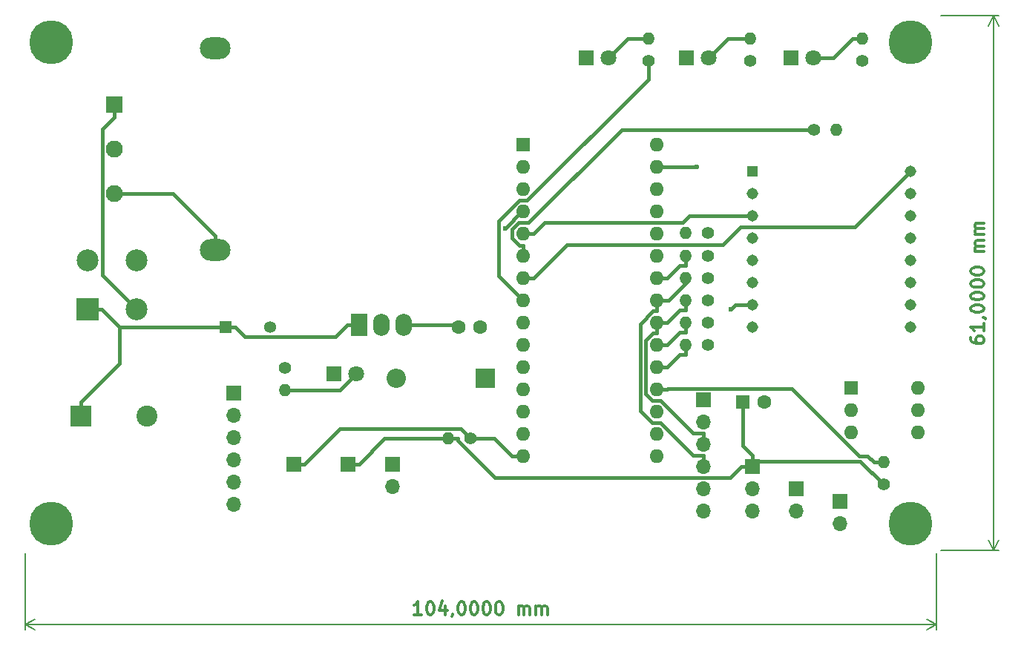
<source format=gbr>
%TF.GenerationSoftware,KiCad,Pcbnew,7.0.10*%
%TF.CreationDate,2024-08-09T23:07:07+02:00*%
%TF.ProjectId,Kicad_Projet_Trains_Sons,4b696361-645f-4507-926f-6a65745f5472,V2*%
%TF.SameCoordinates,Original*%
%TF.FileFunction,Copper,L1,Top*%
%TF.FilePolarity,Positive*%
%FSLAX46Y46*%
G04 Gerber Fmt 4.6, Leading zero omitted, Abs format (unit mm)*
G04 Created by KiCad (PCBNEW 7.0.10) date 2024-08-09 23:07:07*
%MOMM*%
%LPD*%
G01*
G04 APERTURE LIST*
%ADD10C,0.300000*%
%TA.AperFunction,NonConductor*%
%ADD11C,0.300000*%
%TD*%
%TA.AperFunction,NonConductor*%
%ADD12C,0.200000*%
%TD*%
%TA.AperFunction,ComponentPad*%
%ADD13C,1.400000*%
%TD*%
%TA.AperFunction,ComponentPad*%
%ADD14O,1.400000X1.400000*%
%TD*%
%TA.AperFunction,ComponentPad*%
%ADD15R,1.357000X1.357000*%
%TD*%
%TA.AperFunction,ComponentPad*%
%ADD16C,1.357000*%
%TD*%
%TA.AperFunction,ComponentPad*%
%ADD17R,1.800000X1.800000*%
%TD*%
%TA.AperFunction,ComponentPad*%
%ADD18C,1.800000*%
%TD*%
%TA.AperFunction,ComponentPad*%
%ADD19R,1.700000X1.700000*%
%TD*%
%TA.AperFunction,ComponentPad*%
%ADD20O,1.700000X1.700000*%
%TD*%
%TA.AperFunction,ComponentPad*%
%ADD21O,3.500000X2.500000*%
%TD*%
%TA.AperFunction,ComponentPad*%
%ADD22C,5.000000*%
%TD*%
%TA.AperFunction,ComponentPad*%
%ADD23R,1.600000X1.600000*%
%TD*%
%TA.AperFunction,ComponentPad*%
%ADD24C,1.600000*%
%TD*%
%TA.AperFunction,ComponentPad*%
%ADD25R,1.950000X1.950000*%
%TD*%
%TA.AperFunction,ComponentPad*%
%ADD26C,1.950000*%
%TD*%
%TA.AperFunction,ComponentPad*%
%ADD27R,2.500000X2.500000*%
%TD*%
%TA.AperFunction,ComponentPad*%
%ADD28C,2.500000*%
%TD*%
%TA.AperFunction,ComponentPad*%
%ADD29O,1.600000X1.600000*%
%TD*%
%TA.AperFunction,ComponentPad*%
%ADD30R,2.200000X2.200000*%
%TD*%
%TA.AperFunction,ComponentPad*%
%ADD31O,2.200000X2.200000*%
%TD*%
%TA.AperFunction,ComponentPad*%
%ADD32R,2.400000X2.400000*%
%TD*%
%TA.AperFunction,ComponentPad*%
%ADD33C,2.400000*%
%TD*%
%TA.AperFunction,ComponentPad*%
%ADD34R,1.900000X2.500000*%
%TD*%
%TA.AperFunction,ComponentPad*%
%ADD35O,1.900000X2.500000*%
%TD*%
%TA.AperFunction,ComponentPad*%
%ADD36R,1.308000X1.308000*%
%TD*%
%TA.AperFunction,ComponentPad*%
%ADD37C,1.308000*%
%TD*%
%TA.AperFunction,ViaPad*%
%ADD38C,0.600000*%
%TD*%
%TA.AperFunction,Conductor*%
%ADD39C,0.400000*%
%TD*%
G04 APERTURE END LIST*
D10*
D11*
X168278328Y-74214284D02*
X168278328Y-74499998D01*
X168278328Y-74499998D02*
X168349757Y-74642855D01*
X168349757Y-74642855D02*
X168421185Y-74714284D01*
X168421185Y-74714284D02*
X168635471Y-74857141D01*
X168635471Y-74857141D02*
X168921185Y-74928569D01*
X168921185Y-74928569D02*
X169492614Y-74928569D01*
X169492614Y-74928569D02*
X169635471Y-74857141D01*
X169635471Y-74857141D02*
X169706900Y-74785712D01*
X169706900Y-74785712D02*
X169778328Y-74642855D01*
X169778328Y-74642855D02*
X169778328Y-74357141D01*
X169778328Y-74357141D02*
X169706900Y-74214284D01*
X169706900Y-74214284D02*
X169635471Y-74142855D01*
X169635471Y-74142855D02*
X169492614Y-74071426D01*
X169492614Y-74071426D02*
X169135471Y-74071426D01*
X169135471Y-74071426D02*
X168992614Y-74142855D01*
X168992614Y-74142855D02*
X168921185Y-74214284D01*
X168921185Y-74214284D02*
X168849757Y-74357141D01*
X168849757Y-74357141D02*
X168849757Y-74642855D01*
X168849757Y-74642855D02*
X168921185Y-74785712D01*
X168921185Y-74785712D02*
X168992614Y-74857141D01*
X168992614Y-74857141D02*
X169135471Y-74928569D01*
X169778328Y-72642855D02*
X169778328Y-73499998D01*
X169778328Y-73071427D02*
X168278328Y-73071427D01*
X168278328Y-73071427D02*
X168492614Y-73214284D01*
X168492614Y-73214284D02*
X168635471Y-73357141D01*
X168635471Y-73357141D02*
X168706900Y-73499998D01*
X169706900Y-71928570D02*
X169778328Y-71928570D01*
X169778328Y-71928570D02*
X169921185Y-71999999D01*
X169921185Y-71999999D02*
X169992614Y-72071427D01*
X168278328Y-70999998D02*
X168278328Y-70857141D01*
X168278328Y-70857141D02*
X168349757Y-70714284D01*
X168349757Y-70714284D02*
X168421185Y-70642856D01*
X168421185Y-70642856D02*
X168564042Y-70571427D01*
X168564042Y-70571427D02*
X168849757Y-70499998D01*
X168849757Y-70499998D02*
X169206900Y-70499998D01*
X169206900Y-70499998D02*
X169492614Y-70571427D01*
X169492614Y-70571427D02*
X169635471Y-70642856D01*
X169635471Y-70642856D02*
X169706900Y-70714284D01*
X169706900Y-70714284D02*
X169778328Y-70857141D01*
X169778328Y-70857141D02*
X169778328Y-70999998D01*
X169778328Y-70999998D02*
X169706900Y-71142856D01*
X169706900Y-71142856D02*
X169635471Y-71214284D01*
X169635471Y-71214284D02*
X169492614Y-71285713D01*
X169492614Y-71285713D02*
X169206900Y-71357141D01*
X169206900Y-71357141D02*
X168849757Y-71357141D01*
X168849757Y-71357141D02*
X168564042Y-71285713D01*
X168564042Y-71285713D02*
X168421185Y-71214284D01*
X168421185Y-71214284D02*
X168349757Y-71142856D01*
X168349757Y-71142856D02*
X168278328Y-70999998D01*
X168278328Y-69571427D02*
X168278328Y-69428570D01*
X168278328Y-69428570D02*
X168349757Y-69285713D01*
X168349757Y-69285713D02*
X168421185Y-69214285D01*
X168421185Y-69214285D02*
X168564042Y-69142856D01*
X168564042Y-69142856D02*
X168849757Y-69071427D01*
X168849757Y-69071427D02*
X169206900Y-69071427D01*
X169206900Y-69071427D02*
X169492614Y-69142856D01*
X169492614Y-69142856D02*
X169635471Y-69214285D01*
X169635471Y-69214285D02*
X169706900Y-69285713D01*
X169706900Y-69285713D02*
X169778328Y-69428570D01*
X169778328Y-69428570D02*
X169778328Y-69571427D01*
X169778328Y-69571427D02*
X169706900Y-69714285D01*
X169706900Y-69714285D02*
X169635471Y-69785713D01*
X169635471Y-69785713D02*
X169492614Y-69857142D01*
X169492614Y-69857142D02*
X169206900Y-69928570D01*
X169206900Y-69928570D02*
X168849757Y-69928570D01*
X168849757Y-69928570D02*
X168564042Y-69857142D01*
X168564042Y-69857142D02*
X168421185Y-69785713D01*
X168421185Y-69785713D02*
X168349757Y-69714285D01*
X168349757Y-69714285D02*
X168278328Y-69571427D01*
X168278328Y-68142856D02*
X168278328Y-67999999D01*
X168278328Y-67999999D02*
X168349757Y-67857142D01*
X168349757Y-67857142D02*
X168421185Y-67785714D01*
X168421185Y-67785714D02*
X168564042Y-67714285D01*
X168564042Y-67714285D02*
X168849757Y-67642856D01*
X168849757Y-67642856D02*
X169206900Y-67642856D01*
X169206900Y-67642856D02*
X169492614Y-67714285D01*
X169492614Y-67714285D02*
X169635471Y-67785714D01*
X169635471Y-67785714D02*
X169706900Y-67857142D01*
X169706900Y-67857142D02*
X169778328Y-67999999D01*
X169778328Y-67999999D02*
X169778328Y-68142856D01*
X169778328Y-68142856D02*
X169706900Y-68285714D01*
X169706900Y-68285714D02*
X169635471Y-68357142D01*
X169635471Y-68357142D02*
X169492614Y-68428571D01*
X169492614Y-68428571D02*
X169206900Y-68499999D01*
X169206900Y-68499999D02*
X168849757Y-68499999D01*
X168849757Y-68499999D02*
X168564042Y-68428571D01*
X168564042Y-68428571D02*
X168421185Y-68357142D01*
X168421185Y-68357142D02*
X168349757Y-68285714D01*
X168349757Y-68285714D02*
X168278328Y-68142856D01*
X168278328Y-66714285D02*
X168278328Y-66571428D01*
X168278328Y-66571428D02*
X168349757Y-66428571D01*
X168349757Y-66428571D02*
X168421185Y-66357143D01*
X168421185Y-66357143D02*
X168564042Y-66285714D01*
X168564042Y-66285714D02*
X168849757Y-66214285D01*
X168849757Y-66214285D02*
X169206900Y-66214285D01*
X169206900Y-66214285D02*
X169492614Y-66285714D01*
X169492614Y-66285714D02*
X169635471Y-66357143D01*
X169635471Y-66357143D02*
X169706900Y-66428571D01*
X169706900Y-66428571D02*
X169778328Y-66571428D01*
X169778328Y-66571428D02*
X169778328Y-66714285D01*
X169778328Y-66714285D02*
X169706900Y-66857143D01*
X169706900Y-66857143D02*
X169635471Y-66928571D01*
X169635471Y-66928571D02*
X169492614Y-67000000D01*
X169492614Y-67000000D02*
X169206900Y-67071428D01*
X169206900Y-67071428D02*
X168849757Y-67071428D01*
X168849757Y-67071428D02*
X168564042Y-67000000D01*
X168564042Y-67000000D02*
X168421185Y-66928571D01*
X168421185Y-66928571D02*
X168349757Y-66857143D01*
X168349757Y-66857143D02*
X168278328Y-66714285D01*
X169778328Y-64428572D02*
X168778328Y-64428572D01*
X168921185Y-64428572D02*
X168849757Y-64357143D01*
X168849757Y-64357143D02*
X168778328Y-64214286D01*
X168778328Y-64214286D02*
X168778328Y-64000000D01*
X168778328Y-64000000D02*
X168849757Y-63857143D01*
X168849757Y-63857143D02*
X168992614Y-63785715D01*
X168992614Y-63785715D02*
X169778328Y-63785715D01*
X168992614Y-63785715D02*
X168849757Y-63714286D01*
X168849757Y-63714286D02*
X168778328Y-63571429D01*
X168778328Y-63571429D02*
X168778328Y-63357143D01*
X168778328Y-63357143D02*
X168849757Y-63214286D01*
X168849757Y-63214286D02*
X168992614Y-63142857D01*
X168992614Y-63142857D02*
X169778328Y-63142857D01*
X169778328Y-62428572D02*
X168778328Y-62428572D01*
X168921185Y-62428572D02*
X168849757Y-62357143D01*
X168849757Y-62357143D02*
X168778328Y-62214286D01*
X168778328Y-62214286D02*
X168778328Y-62000000D01*
X168778328Y-62000000D02*
X168849757Y-61857143D01*
X168849757Y-61857143D02*
X168992614Y-61785715D01*
X168992614Y-61785715D02*
X169778328Y-61785715D01*
X168992614Y-61785715D02*
X168849757Y-61714286D01*
X168849757Y-61714286D02*
X168778328Y-61571429D01*
X168778328Y-61571429D02*
X168778328Y-61357143D01*
X168778328Y-61357143D02*
X168849757Y-61214286D01*
X168849757Y-61214286D02*
X168992614Y-61142857D01*
X168992614Y-61142857D02*
X169778328Y-61142857D01*
D12*
X164900000Y-37500000D02*
X171486420Y-37500000D01*
X164900000Y-98500000D02*
X171486420Y-98500000D01*
X170900000Y-37500000D02*
X170900000Y-98500000D01*
X170900000Y-37500000D02*
X170900000Y-98500000D01*
X170900000Y-37500000D02*
X171486421Y-38626504D01*
X170900000Y-37500000D02*
X170313579Y-38626504D01*
X170900000Y-98500000D02*
X170313579Y-97373496D01*
X170900000Y-98500000D02*
X171486421Y-97373496D01*
D10*
D11*
X105614287Y-105878328D02*
X104757144Y-105878328D01*
X105185715Y-105878328D02*
X105185715Y-104378328D01*
X105185715Y-104378328D02*
X105042858Y-104592614D01*
X105042858Y-104592614D02*
X104900001Y-104735471D01*
X104900001Y-104735471D02*
X104757144Y-104806900D01*
X106542858Y-104378328D02*
X106685715Y-104378328D01*
X106685715Y-104378328D02*
X106828572Y-104449757D01*
X106828572Y-104449757D02*
X106900001Y-104521185D01*
X106900001Y-104521185D02*
X106971429Y-104664042D01*
X106971429Y-104664042D02*
X107042858Y-104949757D01*
X107042858Y-104949757D02*
X107042858Y-105306900D01*
X107042858Y-105306900D02*
X106971429Y-105592614D01*
X106971429Y-105592614D02*
X106900001Y-105735471D01*
X106900001Y-105735471D02*
X106828572Y-105806900D01*
X106828572Y-105806900D02*
X106685715Y-105878328D01*
X106685715Y-105878328D02*
X106542858Y-105878328D01*
X106542858Y-105878328D02*
X106400001Y-105806900D01*
X106400001Y-105806900D02*
X106328572Y-105735471D01*
X106328572Y-105735471D02*
X106257143Y-105592614D01*
X106257143Y-105592614D02*
X106185715Y-105306900D01*
X106185715Y-105306900D02*
X106185715Y-104949757D01*
X106185715Y-104949757D02*
X106257143Y-104664042D01*
X106257143Y-104664042D02*
X106328572Y-104521185D01*
X106328572Y-104521185D02*
X106400001Y-104449757D01*
X106400001Y-104449757D02*
X106542858Y-104378328D01*
X108328572Y-104878328D02*
X108328572Y-105878328D01*
X107971429Y-104306900D02*
X107614286Y-105378328D01*
X107614286Y-105378328D02*
X108542857Y-105378328D01*
X109185714Y-105806900D02*
X109185714Y-105878328D01*
X109185714Y-105878328D02*
X109114285Y-106021185D01*
X109114285Y-106021185D02*
X109042857Y-106092614D01*
X110114286Y-104378328D02*
X110257143Y-104378328D01*
X110257143Y-104378328D02*
X110400000Y-104449757D01*
X110400000Y-104449757D02*
X110471429Y-104521185D01*
X110471429Y-104521185D02*
X110542857Y-104664042D01*
X110542857Y-104664042D02*
X110614286Y-104949757D01*
X110614286Y-104949757D02*
X110614286Y-105306900D01*
X110614286Y-105306900D02*
X110542857Y-105592614D01*
X110542857Y-105592614D02*
X110471429Y-105735471D01*
X110471429Y-105735471D02*
X110400000Y-105806900D01*
X110400000Y-105806900D02*
X110257143Y-105878328D01*
X110257143Y-105878328D02*
X110114286Y-105878328D01*
X110114286Y-105878328D02*
X109971429Y-105806900D01*
X109971429Y-105806900D02*
X109900000Y-105735471D01*
X109900000Y-105735471D02*
X109828571Y-105592614D01*
X109828571Y-105592614D02*
X109757143Y-105306900D01*
X109757143Y-105306900D02*
X109757143Y-104949757D01*
X109757143Y-104949757D02*
X109828571Y-104664042D01*
X109828571Y-104664042D02*
X109900000Y-104521185D01*
X109900000Y-104521185D02*
X109971429Y-104449757D01*
X109971429Y-104449757D02*
X110114286Y-104378328D01*
X111542857Y-104378328D02*
X111685714Y-104378328D01*
X111685714Y-104378328D02*
X111828571Y-104449757D01*
X111828571Y-104449757D02*
X111900000Y-104521185D01*
X111900000Y-104521185D02*
X111971428Y-104664042D01*
X111971428Y-104664042D02*
X112042857Y-104949757D01*
X112042857Y-104949757D02*
X112042857Y-105306900D01*
X112042857Y-105306900D02*
X111971428Y-105592614D01*
X111971428Y-105592614D02*
X111900000Y-105735471D01*
X111900000Y-105735471D02*
X111828571Y-105806900D01*
X111828571Y-105806900D02*
X111685714Y-105878328D01*
X111685714Y-105878328D02*
X111542857Y-105878328D01*
X111542857Y-105878328D02*
X111400000Y-105806900D01*
X111400000Y-105806900D02*
X111328571Y-105735471D01*
X111328571Y-105735471D02*
X111257142Y-105592614D01*
X111257142Y-105592614D02*
X111185714Y-105306900D01*
X111185714Y-105306900D02*
X111185714Y-104949757D01*
X111185714Y-104949757D02*
X111257142Y-104664042D01*
X111257142Y-104664042D02*
X111328571Y-104521185D01*
X111328571Y-104521185D02*
X111400000Y-104449757D01*
X111400000Y-104449757D02*
X111542857Y-104378328D01*
X112971428Y-104378328D02*
X113114285Y-104378328D01*
X113114285Y-104378328D02*
X113257142Y-104449757D01*
X113257142Y-104449757D02*
X113328571Y-104521185D01*
X113328571Y-104521185D02*
X113399999Y-104664042D01*
X113399999Y-104664042D02*
X113471428Y-104949757D01*
X113471428Y-104949757D02*
X113471428Y-105306900D01*
X113471428Y-105306900D02*
X113399999Y-105592614D01*
X113399999Y-105592614D02*
X113328571Y-105735471D01*
X113328571Y-105735471D02*
X113257142Y-105806900D01*
X113257142Y-105806900D02*
X113114285Y-105878328D01*
X113114285Y-105878328D02*
X112971428Y-105878328D01*
X112971428Y-105878328D02*
X112828571Y-105806900D01*
X112828571Y-105806900D02*
X112757142Y-105735471D01*
X112757142Y-105735471D02*
X112685713Y-105592614D01*
X112685713Y-105592614D02*
X112614285Y-105306900D01*
X112614285Y-105306900D02*
X112614285Y-104949757D01*
X112614285Y-104949757D02*
X112685713Y-104664042D01*
X112685713Y-104664042D02*
X112757142Y-104521185D01*
X112757142Y-104521185D02*
X112828571Y-104449757D01*
X112828571Y-104449757D02*
X112971428Y-104378328D01*
X114399999Y-104378328D02*
X114542856Y-104378328D01*
X114542856Y-104378328D02*
X114685713Y-104449757D01*
X114685713Y-104449757D02*
X114757142Y-104521185D01*
X114757142Y-104521185D02*
X114828570Y-104664042D01*
X114828570Y-104664042D02*
X114899999Y-104949757D01*
X114899999Y-104949757D02*
X114899999Y-105306900D01*
X114899999Y-105306900D02*
X114828570Y-105592614D01*
X114828570Y-105592614D02*
X114757142Y-105735471D01*
X114757142Y-105735471D02*
X114685713Y-105806900D01*
X114685713Y-105806900D02*
X114542856Y-105878328D01*
X114542856Y-105878328D02*
X114399999Y-105878328D01*
X114399999Y-105878328D02*
X114257142Y-105806900D01*
X114257142Y-105806900D02*
X114185713Y-105735471D01*
X114185713Y-105735471D02*
X114114284Y-105592614D01*
X114114284Y-105592614D02*
X114042856Y-105306900D01*
X114042856Y-105306900D02*
X114042856Y-104949757D01*
X114042856Y-104949757D02*
X114114284Y-104664042D01*
X114114284Y-104664042D02*
X114185713Y-104521185D01*
X114185713Y-104521185D02*
X114257142Y-104449757D01*
X114257142Y-104449757D02*
X114399999Y-104378328D01*
X116685712Y-105878328D02*
X116685712Y-104878328D01*
X116685712Y-105021185D02*
X116757141Y-104949757D01*
X116757141Y-104949757D02*
X116899998Y-104878328D01*
X116899998Y-104878328D02*
X117114284Y-104878328D01*
X117114284Y-104878328D02*
X117257141Y-104949757D01*
X117257141Y-104949757D02*
X117328570Y-105092614D01*
X117328570Y-105092614D02*
X117328570Y-105878328D01*
X117328570Y-105092614D02*
X117399998Y-104949757D01*
X117399998Y-104949757D02*
X117542855Y-104878328D01*
X117542855Y-104878328D02*
X117757141Y-104878328D01*
X117757141Y-104878328D02*
X117899998Y-104949757D01*
X117899998Y-104949757D02*
X117971427Y-105092614D01*
X117971427Y-105092614D02*
X117971427Y-105878328D01*
X118685712Y-105878328D02*
X118685712Y-104878328D01*
X118685712Y-105021185D02*
X118757141Y-104949757D01*
X118757141Y-104949757D02*
X118899998Y-104878328D01*
X118899998Y-104878328D02*
X119114284Y-104878328D01*
X119114284Y-104878328D02*
X119257141Y-104949757D01*
X119257141Y-104949757D02*
X119328570Y-105092614D01*
X119328570Y-105092614D02*
X119328570Y-105878328D01*
X119328570Y-105092614D02*
X119399998Y-104949757D01*
X119399998Y-104949757D02*
X119542855Y-104878328D01*
X119542855Y-104878328D02*
X119757141Y-104878328D01*
X119757141Y-104878328D02*
X119899998Y-104949757D01*
X119899998Y-104949757D02*
X119971427Y-105092614D01*
X119971427Y-105092614D02*
X119971427Y-105878328D01*
D12*
X60400000Y-98900000D02*
X60400000Y-107586420D01*
X164400000Y-98900000D02*
X164400000Y-107586420D01*
X60400000Y-107000000D02*
X164400000Y-107000000D01*
X60400000Y-107000000D02*
X164400000Y-107000000D01*
X60400000Y-107000000D02*
X61526504Y-106413579D01*
X60400000Y-107000000D02*
X61526504Y-107586421D01*
X164400000Y-107000000D02*
X163273496Y-107586421D01*
X164400000Y-107000000D02*
X163273496Y-106413579D01*
D13*
%TO.P,R9,1*%
%TO.N,+5V*%
X138328000Y-64932000D03*
D14*
%TO.P,R9,2*%
%TO.N,Net-(A1-A5)*%
X135788000Y-64932000D03*
%TD*%
D15*
%TO.P,C1,1*%
%TO.N,Net-(D1-+)*%
X83260000Y-73060000D03*
D16*
%TO.P,C1,2*%
%TO.N,GND*%
X88340000Y-73060000D03*
%TD*%
D17*
%TO.P,D4,1,K*%
%TO.N,GND*%
X124408000Y-42326000D03*
D18*
%TO.P,D4,2,A*%
%TO.N,Net-(D4-A)*%
X126948000Y-42326000D03*
%TD*%
D13*
%TO.P,R11,1*%
%TO.N,Net-(A1-D6)*%
X143077000Y-42666000D03*
D14*
%TO.P,R11,2*%
%TO.N,Net-(D5-A)*%
X143077000Y-40126000D03*
%TD*%
D19*
%TO.P,J6,1,Pin_1*%
%TO.N,GND*%
X84149000Y-80553000D03*
D20*
%TO.P,J6,2,Pin_2*%
X84149000Y-83093000D03*
%TO.P,J6,3,Pin_3*%
X84149000Y-85633000D03*
%TO.P,J6,4,Pin_4*%
X84149000Y-88173000D03*
%TO.P,J6,5,Pin_5*%
X84149000Y-90713000D03*
%TO.P,J6,6,Pin_6*%
X84149000Y-93253000D03*
%TD*%
D13*
%TO.P,R12,1*%
%TO.N,Net-(A1-D7)*%
X155904000Y-42666000D03*
D14*
%TO.P,R12,2*%
%TO.N,Net-(D6-A)*%
X155904000Y-40126000D03*
%TD*%
D21*
%TO.P,F1,1*%
%TO.N,Net-(D1-Pad4)*%
X82030000Y-41235000D03*
%TO.P,F1,2*%
%TO.N,Net-(F1-Pad2)*%
X82030000Y-64235000D03*
%TD*%
D19*
%TO.P,J9,1,Pin_1*%
%TO.N,Net-(A1-D12)*%
X91007000Y-88676000D03*
%TD*%
D13*
%TO.P,R14,1*%
%TO.N,Net-(A1-D12)*%
X111229000Y-85760000D03*
D14*
%TO.P,R14,2*%
%TO.N,+5V*%
X108689000Y-85760000D03*
%TD*%
D22*
%TO.P,REF1,1*%
%TO.N,N/C*%
X63400000Y-40500000D03*
%TD*%
D13*
%TO.P,R5,1*%
%TO.N,+5V*%
X138328000Y-72552000D03*
D14*
%TO.P,R5,2*%
%TO.N,Net-(A1-A2)*%
X135788000Y-72552000D03*
%TD*%
D19*
%TO.P,J4,1,Pin_1*%
%TO.N,Net-(A1-A1)*%
X137743000Y-81315000D03*
D20*
%TO.P,J4,2,Pin_2*%
%TO.N,Net-(A1-A2)*%
X137743000Y-83855000D03*
%TO.P,J4,3,Pin_3*%
%TO.N,Net-(A1-A3)*%
X137743000Y-86395000D03*
%TO.P,J4,4,Pin_4*%
%TO.N,Net-(A1-A4)*%
X137743000Y-88935000D03*
%TO.P,J4,5,Pin_5*%
%TO.N,Net-(A1-A5)*%
X137743000Y-91475000D03*
%TO.P,J4,6,Pin_6*%
%TO.N,Net-(A1-A6)*%
X137743000Y-94015000D03*
%TD*%
D19*
%TO.P,J2,1,Pin_1*%
%TO.N,Net-(J2-Pin_1)*%
X153400000Y-92960000D03*
D20*
%TO.P,J2,2,Pin_2*%
%TO.N,Net-(J2-Pin_2)*%
X153400000Y-95500000D03*
%TD*%
D19*
%TO.P,J3,1,Pin_1*%
%TO.N,+5V*%
X97230000Y-88676000D03*
%TD*%
D13*
%TO.P,R1,1*%
%TO.N,Net-(D2-A)*%
X89991000Y-77682000D03*
D14*
%TO.P,R1,2*%
%TO.N,Net-(D3-A)*%
X89991000Y-80222000D03*
%TD*%
D23*
%TO.P,C4,1*%
%TO.N,+5V*%
X142228000Y-81569000D03*
D24*
%TO.P,C4,2*%
%TO.N,GND*%
X144728000Y-81569000D03*
%TD*%
D13*
%TO.P,R8,1*%
%TO.N,+5V*%
X138328000Y-70012000D03*
D14*
%TO.P,R8,2*%
%TO.N,Net-(A1-A3)*%
X135788000Y-70012000D03*
%TD*%
D25*
%TO.P,J1,1,1*%
%TO.N,Net-(D1-Pad2)*%
X70560000Y-47660000D03*
D26*
%TO.P,J1,2,2*%
%TO.N,unconnected-(J1-Pad2)*%
X70560000Y-52740000D03*
%TO.P,J1,3,3*%
%TO.N,Net-(F1-Pad2)*%
X70560000Y-57820000D03*
%TD*%
D22*
%TO.P,REF2,1*%
%TO.N,N/C*%
X161400000Y-40500000D03*
%TD*%
D24*
%TO.P,C2,1*%
%TO.N,Net-(D2-A)*%
X109823000Y-73060000D03*
%TO.P,C2,2*%
%TO.N,GND*%
X112323000Y-73060000D03*
%TD*%
D13*
%TO.P,R13,1*%
%TO.N,Net-(A1-D3)*%
X150355000Y-50500000D03*
D14*
%TO.P,R13,2*%
%TO.N,Net-(U3-RX)*%
X152895000Y-50500000D03*
%TD*%
D27*
%TO.P,D1,1,+*%
%TO.N,Net-(D1-+)*%
X67500000Y-71040000D03*
D28*
%TO.P,D1,2*%
%TO.N,Net-(D1-Pad2)*%
X73100000Y-71040000D03*
%TO.P,D1,3,-*%
%TO.N,GND*%
X73100000Y-65440000D03*
%TO.P,D1,4*%
%TO.N,Net-(D1-Pad4)*%
X67500000Y-65440000D03*
%TD*%
D23*
%TO.P,A1,1,D1/TX*%
%TO.N,unconnected-(A1-D1{slash}TX-Pad1)*%
X117169000Y-52232000D03*
D29*
%TO.P,A1,2,D0/RX*%
%TO.N,unconnected-(A1-D0{slash}RX-Pad2)*%
X117169000Y-54772000D03*
%TO.P,A1,3,~{RESET}*%
%TO.N,RESET*%
X117169000Y-57312000D03*
%TO.P,A1,4,GND*%
%TO.N,GND*%
X117169000Y-59852000D03*
%TO.P,A1,5,D2*%
%TO.N,Net-(A1-D2)*%
X117169000Y-62392000D03*
%TO.P,A1,6,D3*%
%TO.N,Net-(A1-D3)*%
X117169000Y-64932000D03*
%TO.P,A1,7,D4*%
%TO.N,Busy*%
X117169000Y-67472000D03*
%TO.P,A1,8,D5*%
%TO.N,Net-(A1-D5)*%
X117169000Y-70012000D03*
%TO.P,A1,9,D6*%
%TO.N,Net-(A1-D6)*%
X117169000Y-72552000D03*
%TO.P,A1,10,D7*%
%TO.N,Net-(A1-D7)*%
X117169000Y-75092000D03*
%TO.P,A1,11,D8*%
%TO.N,GND*%
X117169000Y-77632000D03*
%TO.P,A1,12,D9*%
X117169000Y-80172000D03*
%TO.P,A1,13,D10*%
X117169000Y-82712000D03*
%TO.P,A1,14,D11*%
X117169000Y-85252000D03*
%TO.P,A1,15,D12*%
%TO.N,Net-(A1-D12)*%
X117169000Y-87792000D03*
%TO.P,A1,16,D13*%
%TO.N,unconnected-(A1-D13-Pad16)*%
X132409000Y-87792000D03*
%TO.P,A1,17,3V3*%
%TO.N,unconnected-(A1-3V3-Pad17)*%
X132409000Y-85252000D03*
%TO.P,A1,18,AREF*%
%TO.N,unconnected-(A1-AREF-Pad18)*%
X132409000Y-82712000D03*
%TO.P,A1,19,A0*%
%TO.N,A0*%
X132409000Y-80172000D03*
%TO.P,A1,20,A1*%
%TO.N,Net-(A1-A1)*%
X132409000Y-77632000D03*
%TO.P,A1,21,A2*%
%TO.N,Net-(A1-A2)*%
X132409000Y-75092000D03*
%TO.P,A1,22,A3*%
%TO.N,Net-(A1-A3)*%
X132409000Y-72552000D03*
%TO.P,A1,23,A4*%
%TO.N,Net-(A1-A4)*%
X132409000Y-70012000D03*
%TO.P,A1,24,A5*%
%TO.N,Net-(A1-A5)*%
X132409000Y-67472000D03*
%TO.P,A1,25,A6*%
%TO.N,Net-(A1-A6)*%
X132409000Y-64932000D03*
%TO.P,A1,26,A7*%
%TO.N,A7*%
X132409000Y-62392000D03*
%TO.P,A1,27,+5V*%
%TO.N,+5V*%
X132409000Y-59852000D03*
%TO.P,A1,28,~{RESET}*%
%TO.N,unconnected-(A1-~{RESET}-Pad28)*%
X132409000Y-57312000D03*
%TO.P,A1,29,GND*%
%TO.N,GND*%
X132409000Y-54772000D03*
%TO.P,A1,30,VIN*%
%TO.N,9V*%
X132409000Y-52232000D03*
%TD*%
D17*
%TO.P,D3,1,K*%
%TO.N,GND*%
X95579000Y-78394000D03*
D18*
%TO.P,D3,2,A*%
%TO.N,Net-(D3-A)*%
X98119000Y-78394000D03*
%TD*%
D22*
%TO.P,REF4,1*%
%TO.N,N/C*%
X63400000Y-95500000D03*
%TD*%
D19*
%TO.P,J7,1,Pin_1*%
%TO.N,+5V*%
X143331000Y-88965000D03*
D20*
%TO.P,J7,2,Pin_2*%
%TO.N,A7*%
X143331000Y-91505000D03*
%TO.P,J7,3,Pin_3*%
%TO.N,GND*%
X143331000Y-94045000D03*
%TD*%
D13*
%TO.P,R2,1*%
%TO.N,+5V*%
X158317000Y-90996000D03*
D14*
%TO.P,R2,2*%
%TO.N,A0*%
X158317000Y-88456000D03*
%TD*%
D30*
%TO.P,D2,1,K*%
%TO.N,9V*%
X112851000Y-78902000D03*
D31*
%TO.P,D2,2,A*%
%TO.N,Net-(D2-A)*%
X102691000Y-78902000D03*
%TD*%
D23*
%TO.P,U2,1*%
%TO.N,Net-(J2-Pin_1)*%
X154600000Y-79975000D03*
D29*
%TO.P,U2,2*%
%TO.N,Net-(J2-Pin_2)*%
X154600000Y-82515000D03*
%TO.P,U2,3,NC*%
%TO.N,unconnected-(U2-NC-Pad3)*%
X154600000Y-85055000D03*
%TO.P,U2,4*%
%TO.N,GND*%
X162220000Y-85055000D03*
%TO.P,U2,5*%
%TO.N,A0*%
X162220000Y-82515000D03*
%TO.P,U2,6*%
%TO.N,unconnected-(U2-Pad6)*%
X162220000Y-79975000D03*
%TD*%
D22*
%TO.P,REF3,1*%
%TO.N,N/C*%
X161400000Y-95500000D03*
%TD*%
D32*
%TO.P,C3,1*%
%TO.N,Net-(D1-+)*%
X66750000Y-83220000D03*
D33*
%TO.P,C3,2*%
%TO.N,GND*%
X74250000Y-83220000D03*
%TD*%
D13*
%TO.P,R10,1*%
%TO.N,Net-(A1-D5)*%
X131520000Y-42666000D03*
D14*
%TO.P,R10,2*%
%TO.N,Net-(D4-A)*%
X131520000Y-40126000D03*
%TD*%
D34*
%TO.P,U1,1,VI*%
%TO.N,Net-(D1-+)*%
X98500000Y-72750000D03*
D35*
%TO.P,U1,2,GND*%
%TO.N,GND*%
X101040000Y-72750000D03*
%TO.P,U1,3,VO*%
%TO.N,Net-(D2-A)*%
X103580000Y-72750000D03*
%TD*%
D17*
%TO.P,D5,1,K*%
%TO.N,GND*%
X135838000Y-42326000D03*
D18*
%TO.P,D5,2,A*%
%TO.N,Net-(D5-A)*%
X138378000Y-42326000D03*
%TD*%
D13*
%TO.P,R4,1*%
%TO.N,+5V*%
X138328000Y-75092000D03*
D14*
%TO.P,R4,2*%
%TO.N,Net-(A1-A1)*%
X135788000Y-75092000D03*
%TD*%
D19*
%TO.P,J5,1,Pin_1*%
%TO.N,GND*%
X102310000Y-88676000D03*
D20*
%TO.P,J5,2,Pin_2*%
%TO.N,RESET*%
X102310000Y-91216000D03*
%TD*%
D17*
%TO.P,D6,1,K*%
%TO.N,GND*%
X147776000Y-42326000D03*
D18*
%TO.P,D6,2,A*%
%TO.N,Net-(D6-A)*%
X150316000Y-42326000D03*
%TD*%
D19*
%TO.P,J8,1,Pin_1*%
%TO.N,Net-(J8-Pin_1)*%
X148400000Y-91460000D03*
D20*
%TO.P,J8,2,Pin_2*%
%TO.N,Net-(J8-Pin_2)*%
X148400000Y-94000000D03*
%TD*%
D13*
%TO.P,R6,1*%
%TO.N,+5V*%
X138328000Y-67472000D03*
D14*
%TO.P,R6,2*%
%TO.N,Net-(A1-A4)*%
X135788000Y-67472000D03*
%TD*%
D13*
%TO.P,R7,1*%
%TO.N,+5V*%
X138328000Y-62265000D03*
D14*
%TO.P,R7,2*%
%TO.N,Net-(A1-A6)*%
X135788000Y-62265000D03*
%TD*%
D36*
%TO.P,U3,1,VCC*%
%TO.N,+5V*%
X143331000Y-55280000D03*
D37*
%TO.P,U3,2,RX*%
%TO.N,Net-(U3-RX)*%
X143331000Y-57820000D03*
%TO.P,U3,3,TX*%
%TO.N,Net-(A1-D2)*%
X143331000Y-60360000D03*
%TO.P,U3,4,DAC_R*%
%TO.N,unconnected-(U3-DAC_R-Pad4)*%
X143331000Y-62900000D03*
%TO.P,U3,5,DAC_L*%
%TO.N,unconnected-(U3-DAC_L-Pad5)*%
X143331000Y-65440000D03*
%TO.P,U3,6,SPK1+*%
%TO.N,Net-(J8-Pin_2)*%
X143331000Y-67980000D03*
%TO.P,U3,7,GND*%
%TO.N,GND*%
X143331000Y-70520000D03*
%TO.P,U3,8,SPK2-*%
%TO.N,Net-(J8-Pin_1)*%
X143331000Y-73060000D03*
%TO.P,U3,9,IO_1*%
%TO.N,unconnected-(U3-IO_1-Pad9)*%
X161365000Y-73060000D03*
%TO.P,U3,10,GND*%
%TO.N,GND*%
X161365000Y-70520000D03*
%TO.P,U3,11,IO_2*%
%TO.N,unconnected-(U3-IO_2-Pad11)*%
X161365000Y-67980000D03*
%TO.P,U3,12,ADKEY1*%
%TO.N,unconnected-(U3-ADKEY1-Pad12)*%
X161365000Y-65440000D03*
%TO.P,U3,13,ADKEY2*%
%TO.N,unconnected-(U3-ADKEY2-Pad13)*%
X161365000Y-62900000D03*
%TO.P,U3,14,USB+*%
%TO.N,unconnected-(U3-USB+-Pad14)*%
X161365000Y-60360000D03*
%TO.P,U3,15,USB-*%
%TO.N,unconnected-(U3-USB--Pad15)*%
X161365000Y-57820000D03*
%TO.P,U3,16,BUSY*%
%TO.N,Busy*%
X161365000Y-55280000D03*
%TD*%
D38*
%TO.N,GND*%
X140900000Y-71000000D03*
X136981000Y-54772000D03*
X115137000Y-61757000D03*
%TD*%
D39*
%TO.N,GND*%
X117042000Y-59852000D02*
X115137000Y-61757000D01*
X117169000Y-59852000D02*
X117042000Y-59852000D01*
X132409000Y-54772000D02*
X136981000Y-54772000D01*
X143331000Y-70520000D02*
X141380000Y-70520000D01*
X141380000Y-70520000D02*
X140900000Y-71000000D01*
%TO.N,Net-(A1-D2)*%
X119641000Y-61121900D02*
X118370900Y-62392000D01*
X143331000Y-60360000D02*
X136136800Y-60360000D01*
X135374900Y-61121900D02*
X119641000Y-61121900D01*
X117169000Y-62392000D02*
X118370900Y-62392000D01*
X136136800Y-60360000D02*
X135374900Y-61121900D01*
%TO.N,Net-(A1-D3)*%
X116793400Y-63730100D02*
X115954500Y-62891200D01*
X117169000Y-64932000D02*
X117169000Y-63730100D01*
X117169000Y-63730100D02*
X116793400Y-63730100D01*
X115954500Y-62891200D02*
X115954500Y-61869400D01*
X128443400Y-50500000D02*
X150355000Y-50500000D01*
X117821400Y-61122000D02*
X128443400Y-50500000D01*
X116701900Y-61122000D02*
X117821400Y-61122000D01*
X115954500Y-61869400D02*
X116701900Y-61122000D01*
%TO.N,Net-(A1-D5)*%
X116741943Y-58582000D02*
X114375000Y-60948943D01*
X114375000Y-67218000D02*
X117169000Y-70012000D01*
X131520000Y-42666000D02*
X131520000Y-44726400D01*
X114375000Y-60948943D02*
X114375000Y-67218000D01*
X117664400Y-58582000D02*
X116741943Y-58582000D01*
X131520000Y-44726400D02*
X117664400Y-58582000D01*
%TO.N,A0*%
X147861400Y-80063100D02*
X133719800Y-80063100D01*
X133719800Y-80063100D02*
X133610900Y-80172000D01*
X132409000Y-80172000D02*
X133610900Y-80172000D01*
X157215100Y-88456000D02*
X156497700Y-87738600D01*
X158317000Y-88456000D02*
X157215100Y-88456000D01*
X156497700Y-87738600D02*
X155536900Y-87738600D01*
X155536900Y-87738600D02*
X147861400Y-80063100D01*
%TO.N,Net-(A1-A2)*%
X135049000Y-73653900D02*
X135788000Y-73653900D01*
X135788000Y-72552000D02*
X135788000Y-73653900D01*
X133610900Y-75092000D02*
X135049000Y-73653900D01*
X132409000Y-75092000D02*
X133610900Y-75092000D01*
%TO.N,Net-(A1-A3)*%
X132409000Y-73753900D02*
X132033300Y-73753900D01*
X132559100Y-72552000D02*
X133610900Y-72552000D01*
X136557200Y-85143100D02*
X137743000Y-85143100D01*
X131207100Y-80670500D02*
X131978600Y-81442000D01*
X132856100Y-81442000D02*
X136557200Y-85143100D01*
X132559100Y-72552000D02*
X132409000Y-72552000D01*
X135049000Y-71113900D02*
X135788000Y-71113900D01*
X131978600Y-81442000D02*
X132856100Y-81442000D01*
X135788000Y-70012000D02*
X135788000Y-71113900D01*
X137743000Y-86395000D02*
X137743000Y-85143100D01*
X133610900Y-72552000D02*
X135049000Y-71113900D01*
X131207100Y-74580100D02*
X131207100Y-80670500D01*
X132033300Y-73753900D02*
X131207100Y-74580100D01*
X132409000Y-72552000D02*
X132409000Y-73753900D01*
%TO.N,Net-(A1-A4)*%
X135788000Y-68000800D02*
X133776800Y-70012000D01*
X136566400Y-87683100D02*
X132865300Y-83982000D01*
X131940900Y-83982000D02*
X130580400Y-82621500D01*
X133010000Y-70012000D02*
X133610900Y-70012000D01*
X135788000Y-67472000D02*
X135788000Y-68000800D01*
X132035400Y-71213900D02*
X132409000Y-71213900D01*
X133776800Y-70012000D02*
X133610900Y-70012000D01*
X132409000Y-70012000D02*
X132409000Y-71213900D01*
X137743000Y-88935000D02*
X137743000Y-87683100D01*
X137743000Y-87683100D02*
X136566400Y-87683100D01*
X130580400Y-82621500D02*
X130580400Y-72668900D01*
X130580400Y-72668900D02*
X132035400Y-71213900D01*
X133010000Y-70012000D02*
X132409000Y-70012000D01*
X132865300Y-83982000D02*
X131940900Y-83982000D01*
%TO.N,Net-(A1-A5)*%
X132409000Y-67472000D02*
X133610900Y-67472000D01*
X135049000Y-66033900D02*
X135788000Y-66033900D01*
X133610900Y-67472000D02*
X135049000Y-66033900D01*
X135788000Y-64932000D02*
X135788000Y-66033900D01*
%TO.N,+5V*%
X143332500Y-88340500D02*
X155661500Y-88340500D01*
X98481900Y-88676000D02*
X101397900Y-85760000D01*
X142079100Y-88965000D02*
X140823300Y-90220800D01*
X108689000Y-85760000D02*
X109790900Y-85760000D01*
X109790900Y-85988300D02*
X109790900Y-85760000D01*
X143331000Y-88652000D02*
X143331000Y-88965000D01*
X143331000Y-88965000D02*
X142079100Y-88965000D01*
X101397900Y-85760000D02*
X108689000Y-85760000D01*
X142228000Y-81569000D02*
X142228000Y-86610100D01*
X142228000Y-86610100D02*
X143331000Y-87713100D01*
X143331000Y-88339000D02*
X143332500Y-88340500D01*
X143331000Y-88339000D02*
X143331000Y-87713100D01*
X97230000Y-88676000D02*
X98481900Y-88676000D01*
X114023400Y-90220800D02*
X109790900Y-85988300D01*
X155661500Y-88340500D02*
X158317000Y-90996000D01*
X140823300Y-90220800D02*
X114023400Y-90220800D01*
X143331000Y-88652000D02*
X143331000Y-88339000D01*
%TO.N,Net-(D1-+)*%
X71171900Y-77196200D02*
X71171900Y-73060000D01*
X97148100Y-72750000D02*
X95757700Y-74140400D01*
X71171900Y-73060000D02*
X69151900Y-71040000D01*
X83260000Y-73060000D02*
X71171900Y-73060000D01*
X85420800Y-74140400D02*
X84340400Y-73060000D01*
X66750000Y-83220000D02*
X66750000Y-81618100D01*
X66750000Y-81618100D02*
X71171900Y-77196200D01*
X95757700Y-74140400D02*
X85420800Y-74140400D01*
X67500000Y-71040000D02*
X69151900Y-71040000D01*
X83260000Y-73060000D02*
X84340400Y-73060000D01*
X98500000Y-72750000D02*
X97148100Y-72750000D01*
%TO.N,Net-(D3-A)*%
X98119000Y-78394000D02*
X96291000Y-80222000D01*
X96291000Y-80222000D02*
X89991000Y-80222000D01*
%TO.N,Net-(D1-Pad2)*%
X69183100Y-50413800D02*
X70560000Y-49036900D01*
X69183100Y-67123100D02*
X69183100Y-50413800D01*
X73100000Y-71040000D02*
X69183100Y-67123100D01*
X70560000Y-47660000D02*
X70560000Y-49036900D01*
%TO.N,Net-(D2-A)*%
X109513000Y-72750000D02*
X109823000Y-73060000D01*
X103580000Y-72750000D02*
X109513000Y-72750000D01*
%TO.N,Net-(D4-A)*%
X126948000Y-42326000D02*
X129148000Y-40126000D01*
X129148000Y-40126000D02*
X131520000Y-40126000D01*
%TO.N,Net-(D5-A)*%
X138378000Y-42326000D02*
X140578000Y-40126000D01*
X140578000Y-40126000D02*
X143077000Y-40126000D01*
%TO.N,Net-(D6-A)*%
X150316000Y-42326000D02*
X152602100Y-42326000D01*
X152602100Y-42326000D02*
X154802100Y-40126000D01*
X155904000Y-40126000D02*
X154802100Y-40126000D01*
%TO.N,Net-(F1-Pad2)*%
X77266900Y-57820000D02*
X82030000Y-62583100D01*
X70560000Y-57820000D02*
X77266900Y-57820000D01*
X82030000Y-64235000D02*
X82030000Y-62583100D01*
%TO.N,Busy*%
X117169000Y-67472000D02*
X118370900Y-67472000D01*
X122180900Y-63662000D02*
X118370900Y-67472000D01*
X142000300Y-61630000D02*
X139968300Y-63662000D01*
X155015000Y-61630000D02*
X142000300Y-61630000D01*
X139968300Y-63662000D02*
X122180900Y-63662000D01*
X161365000Y-55280000D02*
X155015000Y-61630000D01*
%TO.N,Net-(A1-A1)*%
X135788000Y-75092000D02*
X135788000Y-76193900D01*
X135049000Y-76193900D02*
X135788000Y-76193900D01*
X132409000Y-77632000D02*
X133610900Y-77632000D01*
X133610900Y-77632000D02*
X135049000Y-76193900D01*
%TO.N,Net-(A1-D12)*%
X111229000Y-85760000D02*
X110106700Y-84637700D01*
X91007000Y-88676000D02*
X92258900Y-88676000D01*
X110106700Y-84637700D02*
X96297200Y-84637700D01*
X115967100Y-87792000D02*
X113935100Y-85760000D01*
X117169000Y-87792000D02*
X115967100Y-87792000D01*
X113935100Y-85760000D02*
X111229000Y-85760000D01*
X96297200Y-84637700D02*
X92258900Y-88676000D01*
%TD*%
M02*

</source>
